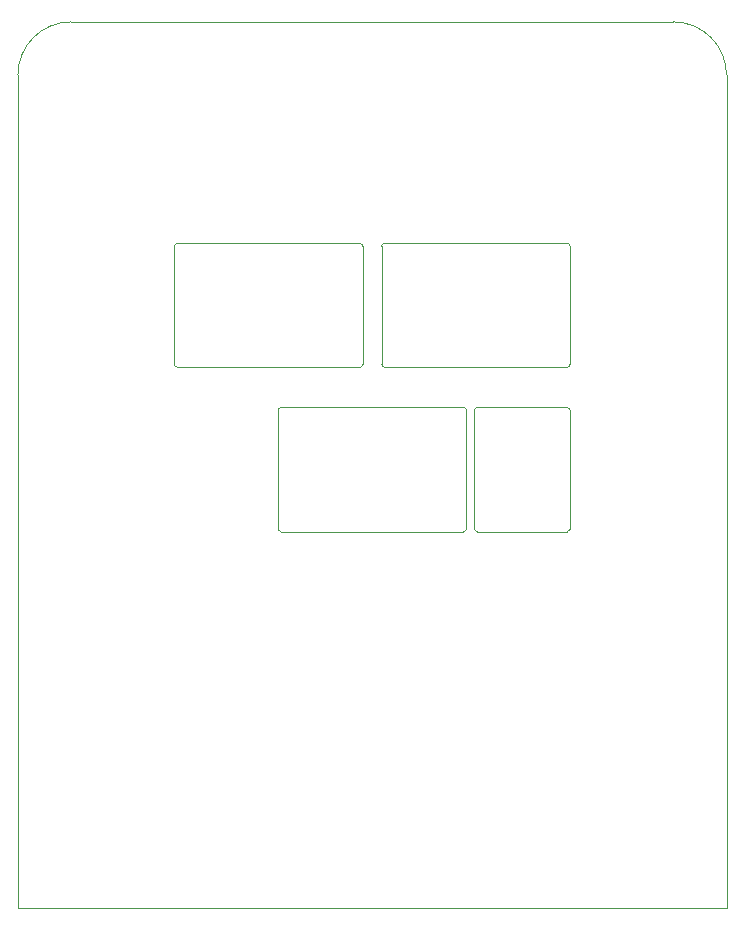
<source format=gbr>
%TF.GenerationSoftware,Altium Limited,Altium Designer,20.1.8 (145)*%
G04 Layer_Color=32896*
%FSLAX44Y44*%
%MOMM*%
%TF.SameCoordinates,136F3CA4-168E-489F-BF15-BD865E51D291*%
%TF.FilePolarity,Positive*%
%TF.FileFunction,Other,Mechanical_4*%
%TF.Part,Single*%
G01*
G75*
%TA.AperFunction,NonConductor*%
%ADD147C,0.0254*%
D147*
X86500Y-129000D02*
G03*
X89000Y-131500I2500J0D01*
G01*
Y-26500D02*
G03*
X86500Y-29000I0J-2500D01*
G01*
X167500D02*
G03*
X165000Y-26500I-2500J0D01*
G01*
Y-131500D02*
G03*
X167500Y-129000I0J2500D01*
G01*
X-77250Y-26500D02*
G03*
X-79750Y-29000I0J-2500D01*
G01*
X79750D02*
G03*
X77250Y-26500I-2500J0D01*
G01*
X-79750Y-129000D02*
G03*
X-77250Y-131500I2500J0D01*
G01*
X77250D02*
G03*
X79750Y-129000I0J2500D01*
G01*
X300000Y255000D02*
G03*
X255000Y300000I-45000J0D01*
G01*
X-255000D02*
G03*
X-300000Y255000I0J-45000D01*
G01*
X165000Y7500D02*
G03*
X167500Y10000I0J2500D01*
G01*
X8000D02*
G03*
X10500Y7500I2500J0D01*
G01*
Y112500D02*
G03*
X8000Y110000I0J-2500D01*
G01*
X167500D02*
G03*
X165000Y112500I-2500J0D01*
G01*
X-8000Y110000D02*
G03*
X-10500Y112500I-2500J0D01*
G01*
X-165000D02*
G03*
X-167500Y110000I0J-2500D01*
G01*
Y10000D02*
G03*
X-165000Y7500I2500J0D01*
G01*
X-10500D02*
G03*
X-8000Y10000I0J2500D01*
G01*
X167500Y-129000D02*
Y-29000D01*
X86500Y-129000D02*
Y-29000D01*
X89000Y-131500D02*
X165000D01*
X89000Y-26500D02*
X165000D01*
X79750Y-129000D02*
Y-29000D01*
X-79750Y-129000D02*
Y-29000D01*
X-77250Y-26500D02*
X77250D01*
X-77250Y-131500D02*
X77250D01*
X-300000Y-450000D02*
Y255000D01*
X-255000Y300000D02*
X255000D01*
X300000Y-450000D02*
Y255000D01*
X-300000Y-450000D02*
X300000D01*
X10500Y112500D02*
X165000D01*
X8000Y10000D02*
Y110000D01*
X167500Y10000D02*
Y110000D01*
X10500Y7500D02*
X165000D01*
X-165000D02*
X-10500D01*
X-8000Y10000D02*
Y110000D01*
X-167500Y10000D02*
Y110000D01*
X-165000Y112500D02*
X-10500D01*
%TF.MD5,0c7355f9aded03a2c5f6cee62da6a56f*%
M02*

</source>
